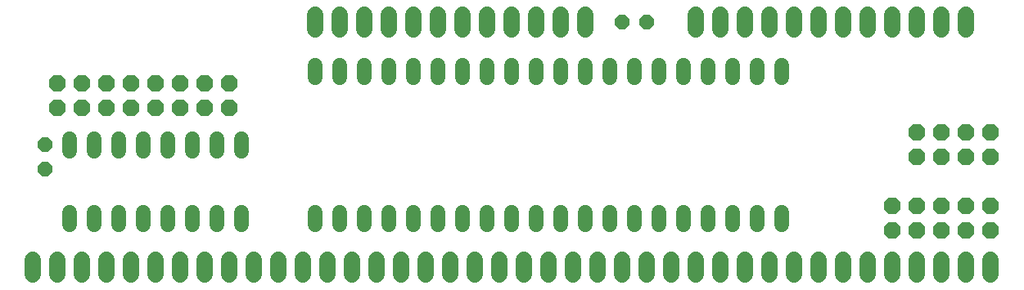
<source format=gbs>
G75*
%MOIN*%
%OFA0B0*%
%FSLAX24Y24*%
%IPPOS*%
%LPD*%
%AMOC8*
5,1,8,0,0,1.08239X$1,22.5*
%
%ADD10C,0.0680*%
%ADD11OC8,0.0680*%
%ADD12OC8,0.0600*%
%ADD13C,0.0600*%
D10*
X000680Y000880D02*
X000680Y001480D01*
X001680Y001480D02*
X001680Y000880D01*
X002680Y000880D02*
X002680Y001480D01*
X003680Y001480D02*
X003680Y000880D01*
X004680Y000880D02*
X004680Y001480D01*
X005680Y001480D02*
X005680Y000880D01*
X006680Y000880D02*
X006680Y001480D01*
X007680Y001480D02*
X007680Y000880D01*
X008680Y000880D02*
X008680Y001480D01*
X009680Y001480D02*
X009680Y000880D01*
X010680Y000880D02*
X010680Y001480D01*
X011680Y001480D02*
X011680Y000880D01*
X012680Y000880D02*
X012680Y001480D01*
X013680Y001480D02*
X013680Y000880D01*
X014680Y000880D02*
X014680Y001480D01*
X015680Y001480D02*
X015680Y000880D01*
X016680Y000880D02*
X016680Y001480D01*
X017680Y001480D02*
X017680Y000880D01*
X018680Y000880D02*
X018680Y001480D01*
X019680Y001480D02*
X019680Y000880D01*
X020680Y000880D02*
X020680Y001480D01*
X021680Y001480D02*
X021680Y000880D01*
X022680Y000880D02*
X022680Y001480D01*
X023680Y001480D02*
X023680Y000880D01*
X024680Y000880D02*
X024680Y001480D01*
X025680Y001480D02*
X025680Y000880D01*
X026680Y000880D02*
X026680Y001480D01*
X027680Y001480D02*
X027680Y000880D01*
X028680Y000880D02*
X028680Y001480D01*
X029680Y001480D02*
X029680Y000880D01*
X030680Y000880D02*
X030680Y001480D01*
X031680Y001480D02*
X031680Y000880D01*
X032680Y000880D02*
X032680Y001480D01*
X033680Y001480D02*
X033680Y000880D01*
X034680Y000880D02*
X034680Y001480D01*
X035680Y001480D02*
X035680Y000880D01*
X036680Y000880D02*
X036680Y001480D01*
X037680Y001480D02*
X037680Y000880D01*
X038680Y000880D02*
X038680Y001480D01*
X039680Y001480D02*
X039680Y000880D01*
X038680Y010880D02*
X038680Y011480D01*
X037680Y011480D02*
X037680Y010880D01*
X036680Y010880D02*
X036680Y011480D01*
X035680Y011480D02*
X035680Y010880D01*
X034680Y010880D02*
X034680Y011480D01*
X033680Y011480D02*
X033680Y010880D01*
X032680Y010880D02*
X032680Y011480D01*
X031680Y011480D02*
X031680Y010880D01*
X030680Y010880D02*
X030680Y011480D01*
X029680Y011480D02*
X029680Y010880D01*
X028680Y010880D02*
X028680Y011480D01*
X027680Y011480D02*
X027680Y010880D01*
X023180Y010880D02*
X023180Y011480D01*
X022180Y011480D02*
X022180Y010880D01*
X021180Y010880D02*
X021180Y011480D01*
X020180Y011480D02*
X020180Y010880D01*
X019180Y010880D02*
X019180Y011480D01*
X018180Y011480D02*
X018180Y010880D01*
X017180Y010880D02*
X017180Y011480D01*
X016180Y011480D02*
X016180Y010880D01*
X015180Y010880D02*
X015180Y011480D01*
X014180Y011480D02*
X014180Y010880D01*
X013180Y010880D02*
X013180Y011480D01*
X012180Y011480D02*
X012180Y010880D01*
D11*
X008680Y008680D03*
X007680Y008680D03*
X006680Y008680D03*
X005680Y008680D03*
X004680Y008680D03*
X003680Y008680D03*
X002680Y008680D03*
X001680Y008680D03*
X001680Y007680D03*
X002680Y007680D03*
X003680Y007680D03*
X004680Y007680D03*
X005680Y007680D03*
X006680Y007680D03*
X007680Y007680D03*
X008680Y007680D03*
X035680Y003680D03*
X036680Y003680D03*
X037680Y003680D03*
X038680Y003680D03*
X039680Y003680D03*
X039680Y002680D03*
X038680Y002680D03*
X037680Y002680D03*
X036680Y002680D03*
X035680Y002680D03*
X036680Y005680D03*
X037680Y005680D03*
X038680Y005680D03*
X039680Y005680D03*
X039680Y006680D03*
X038680Y006680D03*
X037680Y006680D03*
X036680Y006680D03*
D12*
X025680Y011180D03*
X024680Y011180D03*
X001180Y006180D03*
X001180Y005180D03*
D13*
X002180Y005920D02*
X002180Y006440D01*
X003180Y006440D02*
X003180Y005920D01*
X004180Y005920D02*
X004180Y006440D01*
X005180Y006440D02*
X005180Y005920D01*
X006180Y005920D02*
X006180Y006440D01*
X007180Y006440D02*
X007180Y005920D01*
X008180Y005920D02*
X008180Y006440D01*
X009180Y006440D02*
X009180Y005920D01*
X009180Y003440D02*
X009180Y002920D01*
X008180Y002920D02*
X008180Y003440D01*
X007180Y003440D02*
X007180Y002920D01*
X006180Y002920D02*
X006180Y003440D01*
X005180Y003440D02*
X005180Y002920D01*
X004180Y002920D02*
X004180Y003440D01*
X003180Y003440D02*
X003180Y002920D01*
X002180Y002920D02*
X002180Y003440D01*
X012180Y003440D02*
X012180Y002920D01*
X013180Y002920D02*
X013180Y003440D01*
X014180Y003440D02*
X014180Y002920D01*
X015180Y002920D02*
X015180Y003440D01*
X016180Y003440D02*
X016180Y002920D01*
X017180Y002920D02*
X017180Y003440D01*
X018180Y003440D02*
X018180Y002920D01*
X019180Y002920D02*
X019180Y003440D01*
X020180Y003440D02*
X020180Y002920D01*
X021180Y002920D02*
X021180Y003440D01*
X022180Y003440D02*
X022180Y002920D01*
X023180Y002920D02*
X023180Y003440D01*
X024180Y003440D02*
X024180Y002920D01*
X025180Y002920D02*
X025180Y003440D01*
X026180Y003440D02*
X026180Y002920D01*
X027180Y002920D02*
X027180Y003440D01*
X028180Y003440D02*
X028180Y002920D01*
X029180Y002920D02*
X029180Y003440D01*
X030180Y003440D02*
X030180Y002920D01*
X031180Y002920D02*
X031180Y003440D01*
X031180Y008920D02*
X031180Y009440D01*
X030180Y009440D02*
X030180Y008920D01*
X029180Y008920D02*
X029180Y009440D01*
X028180Y009440D02*
X028180Y008920D01*
X027180Y008920D02*
X027180Y009440D01*
X026180Y009440D02*
X026180Y008920D01*
X025180Y008920D02*
X025180Y009440D01*
X024180Y009440D02*
X024180Y008920D01*
X023180Y008920D02*
X023180Y009440D01*
X022180Y009440D02*
X022180Y008920D01*
X021180Y008920D02*
X021180Y009440D01*
X020180Y009440D02*
X020180Y008920D01*
X019180Y008920D02*
X019180Y009440D01*
X018180Y009440D02*
X018180Y008920D01*
X017180Y008920D02*
X017180Y009440D01*
X016180Y009440D02*
X016180Y008920D01*
X015180Y008920D02*
X015180Y009440D01*
X014180Y009440D02*
X014180Y008920D01*
X013180Y008920D02*
X013180Y009440D01*
X012180Y009440D02*
X012180Y008920D01*
M02*

</source>
